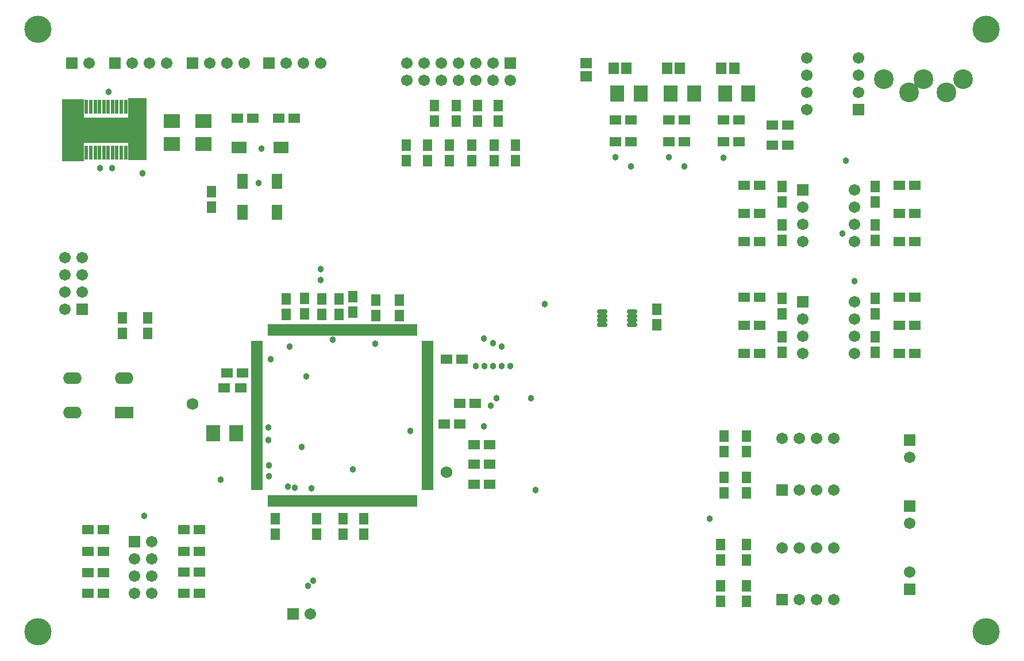
<source format=gts>
G04 Layer_Color=8388736*
%FSLAX25Y25*%
%MOIN*%
G70*
G01*
G75*
%ADD43R,0.05800X0.06800*%
%ADD44R,0.05918X0.09068*%
%ADD45R,0.06800X0.05800*%
%ADD46R,0.01980X0.07100*%
%ADD47R,0.07100X0.01980*%
%ADD48R,0.10800X0.36233*%
%ADD49R,0.12611X0.36233*%
%ADD50R,0.31902X0.14579*%
%ADD51R,0.02375X0.08477*%
%ADD52R,0.09800X0.08300*%
%ADD53R,0.05918X0.06706*%
%ADD54R,0.08300X0.09800*%
%ADD55O,0.06115X0.02768*%
%ADD56R,0.08674X0.06706*%
%ADD57R,0.06706X0.05918*%
%ADD58C,0.15800*%
%ADD59C,0.06706*%
%ADD60R,0.06706X0.06706*%
%ADD61R,0.10800X0.06800*%
%ADD62O,0.10800X0.06800*%
%ADD63C,0.06800*%
%ADD64R,0.06706X0.06706*%
%ADD65C,0.11450*%
%ADD66C,0.03800*%
D43*
X188500Y307140D02*
D03*
Y298140D02*
D03*
X174000D02*
D03*
Y307140D02*
D03*
X289500Y318140D02*
D03*
Y309140D02*
D03*
X225500Y380640D02*
D03*
Y371640D02*
D03*
X536000Y142640D02*
D03*
Y151640D02*
D03*
X521000Y142640D02*
D03*
Y151640D02*
D03*
Y166640D02*
D03*
Y175640D02*
D03*
X536000Y205640D02*
D03*
Y214640D02*
D03*
X523000Y205640D02*
D03*
Y214640D02*
D03*
Y229640D02*
D03*
Y238640D02*
D03*
X279500Y318640D02*
D03*
Y309640D02*
D03*
X307500Y319640D02*
D03*
Y310640D02*
D03*
X334500Y317640D02*
D03*
Y308640D02*
D03*
X314000Y181640D02*
D03*
Y190640D02*
D03*
X302000Y181640D02*
D03*
Y190640D02*
D03*
X286500Y181640D02*
D03*
Y190640D02*
D03*
X262500Y181640D02*
D03*
Y190640D02*
D03*
X376500Y407640D02*
D03*
Y398640D02*
D03*
X389500Y407640D02*
D03*
Y398640D02*
D03*
X338500Y407640D02*
D03*
Y398640D02*
D03*
X392000Y421640D02*
D03*
Y430640D02*
D03*
X402000Y407640D02*
D03*
Y398640D02*
D03*
X351000Y407640D02*
D03*
Y398640D02*
D03*
X363500D02*
D03*
Y407640D02*
D03*
X355000Y430640D02*
D03*
Y421640D02*
D03*
X367500Y430640D02*
D03*
Y421640D02*
D03*
X269000Y318140D02*
D03*
Y309140D02*
D03*
X299500Y318140D02*
D03*
Y309140D02*
D03*
X321000Y317640D02*
D03*
Y308640D02*
D03*
X536000Y166640D02*
D03*
Y175640D02*
D03*
Y229640D02*
D03*
Y238640D02*
D03*
X610500Y309640D02*
D03*
Y318640D02*
D03*
X556500Y296140D02*
D03*
Y287140D02*
D03*
X610500Y296140D02*
D03*
Y287140D02*
D03*
Y374640D02*
D03*
Y383640D02*
D03*
Y361140D02*
D03*
Y352140D02*
D03*
X556500Y361140D02*
D03*
Y352140D02*
D03*
Y309640D02*
D03*
Y318640D02*
D03*
Y374640D02*
D03*
Y383640D02*
D03*
X484000Y303140D02*
D03*
Y312140D02*
D03*
X380000Y430640D02*
D03*
Y421640D02*
D03*
D44*
X263500Y386640D02*
D03*
X243500D02*
D03*
Y368530D02*
D03*
X263500D02*
D03*
D45*
X233000Y266640D02*
D03*
X242500D02*
D03*
X234500Y275140D02*
D03*
X243500D02*
D03*
X378500Y257640D02*
D03*
X369500D02*
D03*
Y245640D02*
D03*
X360500D02*
D03*
X371000Y283140D02*
D03*
X362000D02*
D03*
X387000Y233640D02*
D03*
X378000D02*
D03*
Y222140D02*
D03*
X387000D02*
D03*
X378000Y210640D02*
D03*
X387000D02*
D03*
X264500Y423140D02*
D03*
X273500D02*
D03*
X240500D02*
D03*
X249500D02*
D03*
X491000Y409621D02*
D03*
X500000D02*
D03*
X491000Y422121D02*
D03*
X500000D02*
D03*
X522500Y409621D02*
D03*
X531500D02*
D03*
X522500Y422121D02*
D03*
X531500D02*
D03*
X534500Y286640D02*
D03*
X543500D02*
D03*
X534500Y302890D02*
D03*
X543500D02*
D03*
X633500Y286640D02*
D03*
X624500D02*
D03*
X633500Y302890D02*
D03*
X624500D02*
D03*
X560000Y419140D02*
D03*
X551000D02*
D03*
X543500Y367890D02*
D03*
X534500D02*
D03*
Y351640D02*
D03*
X543500D02*
D03*
X633500D02*
D03*
X624500D02*
D03*
X633500Y367890D02*
D03*
X624500D02*
D03*
X543500Y319140D02*
D03*
X534500D02*
D03*
X543500Y384140D02*
D03*
X534500D02*
D03*
X633500D02*
D03*
X624500D02*
D03*
X633500Y319140D02*
D03*
X624500D02*
D03*
X551000Y407640D02*
D03*
X560000D02*
D03*
X460000Y422121D02*
D03*
X469000D02*
D03*
X460000Y409621D02*
D03*
X469000D02*
D03*
X163000Y184140D02*
D03*
X154000D02*
D03*
X163000Y171640D02*
D03*
X154000D02*
D03*
X163000Y159140D02*
D03*
X154000D02*
D03*
X163000Y147140D02*
D03*
X154000D02*
D03*
X218500Y184140D02*
D03*
X209500D02*
D03*
X218500Y171640D02*
D03*
X209500D02*
D03*
X218500Y159640D02*
D03*
X209500D02*
D03*
X218500Y147140D02*
D03*
X209500D02*
D03*
D46*
X341850Y200960D02*
D03*
X312330D02*
D03*
X310360D02*
D03*
X259180D02*
D03*
X261150D02*
D03*
X263110D02*
D03*
X265080D02*
D03*
X267050D02*
D03*
X269020D02*
D03*
X270990D02*
D03*
X272960D02*
D03*
X274930D02*
D03*
X276890D02*
D03*
X278860D02*
D03*
X280830D02*
D03*
X282800D02*
D03*
X284770D02*
D03*
X286740D02*
D03*
X288700D02*
D03*
X290670D02*
D03*
X292640D02*
D03*
X294610D02*
D03*
X296580D02*
D03*
X298550D02*
D03*
X300520D02*
D03*
X302480D02*
D03*
X304450D02*
D03*
X306420D02*
D03*
X308390D02*
D03*
X314300D02*
D03*
X316260D02*
D03*
X318230D02*
D03*
X320200D02*
D03*
X322170D02*
D03*
X324140D02*
D03*
X326110D02*
D03*
X328070D02*
D03*
X330040D02*
D03*
X332010D02*
D03*
X333980D02*
D03*
X335950D02*
D03*
X337920D02*
D03*
X339890D02*
D03*
X343820D02*
D03*
Y300180D02*
D03*
X341850D02*
D03*
X339890D02*
D03*
X337920D02*
D03*
X335950D02*
D03*
X333980D02*
D03*
X332010D02*
D03*
X330040D02*
D03*
X328070D02*
D03*
X326110D02*
D03*
X324140D02*
D03*
X322170D02*
D03*
X320200D02*
D03*
X318230D02*
D03*
X316260D02*
D03*
X314300D02*
D03*
X312330D02*
D03*
X310360D02*
D03*
X308390D02*
D03*
X306420D02*
D03*
X304450D02*
D03*
X302480D02*
D03*
X300520D02*
D03*
X298550D02*
D03*
X296580D02*
D03*
X294610D02*
D03*
X292640D02*
D03*
X290670D02*
D03*
X288700D02*
D03*
X286740D02*
D03*
X284770D02*
D03*
X282800D02*
D03*
X280830D02*
D03*
X278860D02*
D03*
X276890D02*
D03*
X274930D02*
D03*
X272960D02*
D03*
X270990D02*
D03*
X269020D02*
D03*
X267050D02*
D03*
X265080D02*
D03*
X263110D02*
D03*
X261150D02*
D03*
X259180D02*
D03*
D47*
X351110Y253520D02*
D03*
Y247620D02*
D03*
Y245650D02*
D03*
Y241710D02*
D03*
Y208250D02*
D03*
Y210220D02*
D03*
Y212180D02*
D03*
Y214150D02*
D03*
Y216120D02*
D03*
Y218090D02*
D03*
Y220060D02*
D03*
Y222030D02*
D03*
Y224000D02*
D03*
Y225960D02*
D03*
Y227930D02*
D03*
Y229900D02*
D03*
Y231870D02*
D03*
Y233840D02*
D03*
Y235810D02*
D03*
Y237770D02*
D03*
Y239740D02*
D03*
Y243680D02*
D03*
Y249590D02*
D03*
Y251550D02*
D03*
Y255490D02*
D03*
Y257460D02*
D03*
Y259430D02*
D03*
Y261400D02*
D03*
Y263370D02*
D03*
Y265330D02*
D03*
Y267300D02*
D03*
Y269270D02*
D03*
Y271240D02*
D03*
Y273210D02*
D03*
Y275180D02*
D03*
Y277140D02*
D03*
Y279110D02*
D03*
Y281080D02*
D03*
Y283050D02*
D03*
Y285020D02*
D03*
Y286990D02*
D03*
Y288960D02*
D03*
Y290920D02*
D03*
Y292890D02*
D03*
X251890D02*
D03*
Y290920D02*
D03*
Y288960D02*
D03*
Y286990D02*
D03*
Y285020D02*
D03*
Y283050D02*
D03*
Y281080D02*
D03*
Y279110D02*
D03*
Y277140D02*
D03*
Y275180D02*
D03*
Y273210D02*
D03*
Y271240D02*
D03*
Y269270D02*
D03*
Y267300D02*
D03*
Y265330D02*
D03*
Y263370D02*
D03*
Y261400D02*
D03*
Y259430D02*
D03*
Y257460D02*
D03*
Y255490D02*
D03*
Y253520D02*
D03*
Y251550D02*
D03*
Y249590D02*
D03*
Y247620D02*
D03*
Y245650D02*
D03*
Y243680D02*
D03*
Y241710D02*
D03*
Y239740D02*
D03*
Y237770D02*
D03*
Y235810D02*
D03*
Y233840D02*
D03*
Y231870D02*
D03*
Y229900D02*
D03*
Y227930D02*
D03*
Y225960D02*
D03*
Y224000D02*
D03*
Y222030D02*
D03*
Y220060D02*
D03*
Y218090D02*
D03*
Y216120D02*
D03*
Y214150D02*
D03*
Y212180D02*
D03*
Y210220D02*
D03*
Y208250D02*
D03*
D48*
X182701Y416890D02*
D03*
D49*
X145299Y416390D02*
D03*
D50*
X164799D02*
D03*
D51*
X150299Y403390D02*
D03*
Y429890D02*
D03*
X178299Y403390D02*
D03*
X178299Y429890D02*
D03*
X175799Y429890D02*
D03*
X173260D02*
D03*
X170740D02*
D03*
X168221D02*
D03*
X165701D02*
D03*
X163181D02*
D03*
X160661D02*
D03*
X158142D02*
D03*
X155622D02*
D03*
X153102D02*
D03*
X175799Y403390D02*
D03*
X173260Y403418D02*
D03*
X170740D02*
D03*
X168221D02*
D03*
X165701D02*
D03*
X163181D02*
D03*
X160661D02*
D03*
X158142D02*
D03*
X155622D02*
D03*
X153102D02*
D03*
D52*
X221000Y421640D02*
D03*
Y408140D02*
D03*
X202500Y421640D02*
D03*
Y408140D02*
D03*
D53*
X497408Y452121D02*
D03*
X489927D02*
D03*
X466408D02*
D03*
X458927D02*
D03*
X528908D02*
D03*
X521427D02*
D03*
D54*
X492000Y437621D02*
D03*
X505500D02*
D03*
X523500D02*
D03*
X537000D02*
D03*
X240000Y240140D02*
D03*
X226500D02*
D03*
X461000Y437621D02*
D03*
X474500D02*
D03*
D55*
X469760Y303302D02*
D03*
Y305861D02*
D03*
Y308420D02*
D03*
Y310979D02*
D03*
X452240Y303302D02*
D03*
Y305861D02*
D03*
Y308420D02*
D03*
Y310979D02*
D03*
D56*
X241591Y406140D02*
D03*
X266000D02*
D03*
D57*
X443000Y447660D02*
D03*
Y455140D02*
D03*
D58*
X675000Y475000D02*
D03*
Y125000D02*
D03*
X125000D02*
D03*
Y475000D02*
D03*
D59*
X140500Y342140D02*
D03*
X150500D02*
D03*
X140500Y332140D02*
D03*
X150500D02*
D03*
X140500Y322140D02*
D03*
X150500D02*
D03*
X140500Y312140D02*
D03*
X283000Y135140D02*
D03*
X630500Y226140D02*
D03*
X154500Y455140D02*
D03*
X630500Y159640D02*
D03*
Y187890D02*
D03*
X289000Y455140D02*
D03*
X279000D02*
D03*
X269000D02*
D03*
X244500D02*
D03*
X234500D02*
D03*
X224500D02*
D03*
X199500D02*
D03*
X189500D02*
D03*
X179500D02*
D03*
X601000Y438140D02*
D03*
Y448140D02*
D03*
Y458140D02*
D03*
X571000Y428140D02*
D03*
Y438140D02*
D03*
Y448140D02*
D03*
Y458140D02*
D03*
X568500Y306640D02*
D03*
Y296640D02*
D03*
Y286640D02*
D03*
X598500Y316640D02*
D03*
Y306640D02*
D03*
Y296640D02*
D03*
Y286640D02*
D03*
X568500Y371640D02*
D03*
Y361640D02*
D03*
Y351640D02*
D03*
X598500Y381640D02*
D03*
Y371640D02*
D03*
Y361640D02*
D03*
Y351640D02*
D03*
X566500Y143640D02*
D03*
X576500D02*
D03*
X586500D02*
D03*
X556500Y173640D02*
D03*
X566500D02*
D03*
X576500D02*
D03*
X586500D02*
D03*
X566500Y207140D02*
D03*
X576500D02*
D03*
X586500D02*
D03*
X556500Y237140D02*
D03*
X566500D02*
D03*
X576500D02*
D03*
X586500D02*
D03*
X191000Y147140D02*
D03*
X181000D02*
D03*
X191000Y157140D02*
D03*
X181000D02*
D03*
X191000Y167140D02*
D03*
X181000D02*
D03*
X191000Y177140D02*
D03*
X399000Y445140D02*
D03*
X389000Y455140D02*
D03*
Y445140D02*
D03*
X379000Y455140D02*
D03*
Y445140D02*
D03*
X369000Y455140D02*
D03*
Y445140D02*
D03*
X359000Y455140D02*
D03*
Y445140D02*
D03*
X349000Y455140D02*
D03*
Y445140D02*
D03*
X339000Y455140D02*
D03*
Y445140D02*
D03*
D60*
X150500Y312140D02*
D03*
X630500Y236140D02*
D03*
Y149640D02*
D03*
Y197890D02*
D03*
X556500Y143640D02*
D03*
Y207140D02*
D03*
X181000Y177140D02*
D03*
D61*
X175000Y252140D02*
D03*
D62*
X145000D02*
D03*
Y272140D02*
D03*
X175000D02*
D03*
D63*
X214500Y257140D02*
D03*
X362000Y217640D02*
D03*
D64*
X273000Y135140D02*
D03*
X144500Y455140D02*
D03*
X259000D02*
D03*
X214500D02*
D03*
X169500D02*
D03*
X601000Y428140D02*
D03*
X568500Y316640D02*
D03*
Y381640D02*
D03*
X399000Y455140D02*
D03*
D65*
X661600Y445840D02*
D03*
X615600D02*
D03*
X638600D02*
D03*
X652000Y438140D02*
D03*
X630200D02*
D03*
D66*
X289000Y335640D02*
D03*
X288800Y329140D02*
D03*
X274000Y208640D02*
D03*
X270000Y209140D02*
D03*
X383500Y244140D02*
D03*
X469000Y395140D02*
D03*
X260000Y283140D02*
D03*
X258500Y236140D02*
D03*
Y243640D02*
D03*
X283500Y208140D02*
D03*
X394000Y290640D02*
D03*
X389000Y292640D02*
D03*
X383500Y295140D02*
D03*
X161000Y394140D02*
D03*
X168000D02*
D03*
X254500Y405640D02*
D03*
X185500Y391140D02*
D03*
X379000Y279140D02*
D03*
X166000Y438640D02*
D03*
X384000Y279140D02*
D03*
X394000D02*
D03*
X389000D02*
D03*
X399000D02*
D03*
X253000Y385640D02*
D03*
X460000Y400640D02*
D03*
X491000D02*
D03*
X522500Y400140D02*
D03*
X593500Y398640D02*
D03*
X591500Y356140D02*
D03*
X598500Y328640D02*
D03*
X391000Y260640D02*
D03*
X411000D02*
D03*
X284500Y154640D02*
D03*
X281500Y151640D02*
D03*
X500000Y395140D02*
D03*
X413500Y207140D02*
D03*
X514500Y190640D02*
D03*
X296000Y294640D02*
D03*
X320500Y292140D02*
D03*
X259000Y215140D02*
D03*
Y221640D02*
D03*
X270990Y290650D02*
D03*
X280600Y273140D02*
D03*
X278000Y232140D02*
D03*
X419000Y315140D02*
D03*
X387500Y256140D02*
D03*
X341000Y241640D02*
D03*
X307500Y219140D02*
D03*
X231000Y213140D02*
D03*
X186500Y192140D02*
D03*
M02*

</source>
